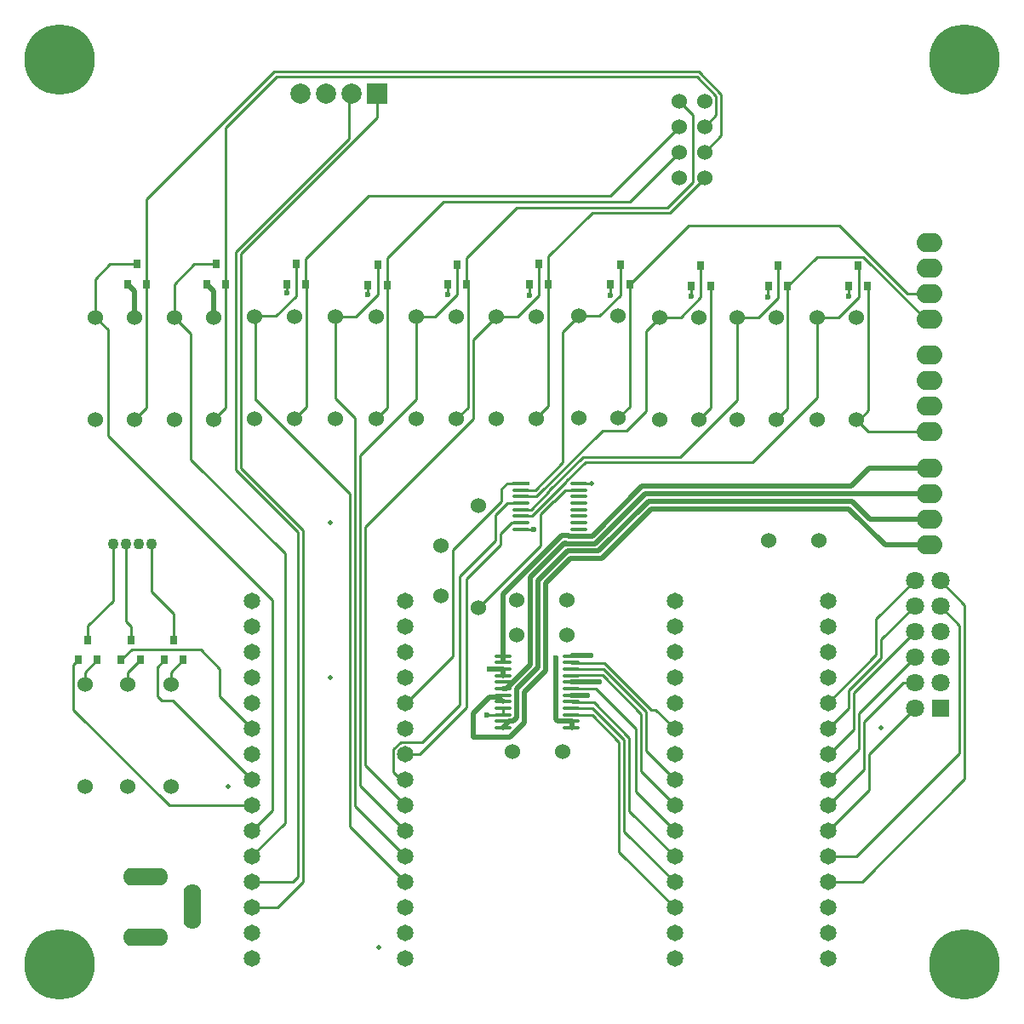
<source format=gtl>
G04 Layer_Physical_Order=1*
G04 Layer_Color=25308*
%FSLAX43Y43*%
%MOMM*%
G71*
G01*
G75*
%ADD10R,0.800X0.900*%
%ADD11O,1.800X0.279*%
%ADD12R,1.700X0.350*%
%ADD13O,1.700X0.350*%
%ADD14C,0.254*%
%ADD15C,0.500*%
%ADD16C,1.524*%
%ADD17C,1.100*%
%ADD18C,1.651*%
%ADD19O,1.750X4.500*%
%ADD20O,4.500X1.750*%
%ADD21O,2.540X1.905*%
%ADD22C,1.800*%
%ADD23R,1.800X1.800*%
%ADD24C,2.000*%
%ADD25R,2.000X2.000*%
%ADD26C,0.500*%
%ADD27C,7.000*%
%ADD28C,0.600*%
D10*
X26762Y92654D02*
D03*
X28662D02*
D03*
X27712Y94654D02*
D03*
X34612Y92654D02*
D03*
X36512D02*
D03*
X35562Y94654D02*
D03*
X67692Y94654D02*
D03*
X68642Y92654D02*
D03*
X66742D02*
D03*
X59539Y94629D02*
D03*
X60489Y92629D02*
D03*
X58589D02*
D03*
X50691Y92578D02*
D03*
X52591D02*
D03*
X51641Y94578D02*
D03*
X43515Y94654D02*
D03*
X42565Y92654D02*
D03*
X44465D02*
D03*
X83792Y94511D02*
D03*
X84742Y92511D02*
D03*
X82842D02*
D03*
X75757Y94636D02*
D03*
X76707Y92636D02*
D03*
X74807D02*
D03*
X90503Y92486D02*
D03*
X92403D02*
D03*
X91453Y94486D02*
D03*
X98464Y92511D02*
D03*
X100364D02*
D03*
X99414Y94511D02*
D03*
X30407Y55275D02*
D03*
X32307D02*
D03*
X31358Y57275D02*
D03*
X26132Y55275D02*
D03*
X28032D02*
D03*
X27083Y57275D02*
D03*
X21858Y55275D02*
D03*
X23757D02*
D03*
X22808Y57275D02*
D03*
D11*
X64075Y55675D02*
D03*
Y55025D02*
D03*
Y54375D02*
D03*
Y53725D02*
D03*
Y53075D02*
D03*
Y52425D02*
D03*
Y51775D02*
D03*
Y51125D02*
D03*
Y50475D02*
D03*
Y49825D02*
D03*
Y49175D02*
D03*
Y48525D02*
D03*
X70875Y55675D02*
D03*
Y55025D02*
D03*
Y54375D02*
D03*
Y53725D02*
D03*
Y53075D02*
D03*
Y52425D02*
D03*
Y51775D02*
D03*
Y51125D02*
D03*
Y50475D02*
D03*
Y49825D02*
D03*
Y49175D02*
D03*
Y48525D02*
D03*
D12*
X65925Y72850D02*
D03*
D13*
Y72200D02*
D03*
Y71550D02*
D03*
Y70900D02*
D03*
Y70250D02*
D03*
Y69600D02*
D03*
Y68950D02*
D03*
Y68300D02*
D03*
X71625Y72850D02*
D03*
X71625Y72200D02*
D03*
X71625Y71550D02*
D03*
Y70900D02*
D03*
Y70250D02*
D03*
Y69600D02*
D03*
Y68950D02*
D03*
Y68300D02*
D03*
D14*
X49384Y40740D02*
X54395Y35729D01*
X50400Y44804D02*
X54395Y40809D01*
X49892Y42772D02*
X54395Y38269D01*
X49892Y42772D02*
Y75667D01*
X49384Y40740D02*
Y79341D01*
X48850Y38734D02*
X54395Y33189D01*
X103873Y53015D02*
X105050D01*
X100000Y44414D02*
Y49142D01*
X103873Y53015D01*
X100525Y45950D02*
X105050Y50475D01*
X100525Y42399D02*
Y45950D01*
X96420Y38294D02*
X100525Y42399D01*
X96420Y40834D02*
X100000Y44414D01*
X99475Y46429D02*
Y49980D01*
X96420Y43374D02*
X99475Y46429D01*
X98967Y48367D02*
Y50190D01*
X96514Y45914D02*
X98967Y48367D01*
X99475Y49980D02*
X105050Y55555D01*
X98967Y50190D02*
X98975Y50198D01*
Y52020D01*
X98467Y52230D02*
X101733Y55496D01*
X98467Y50501D02*
Y52230D01*
X96420Y48454D02*
X98467Y50501D01*
X98975Y52020D02*
X105050Y58095D01*
X101733Y55496D02*
Y57318D01*
X101225Y55799D02*
Y59350D01*
X96420Y50994D02*
X101225Y55799D01*
X101733Y57318D02*
X105050Y60635D01*
X101225Y59350D02*
X105050Y63175D01*
X107590Y60635D02*
X109517Y58708D01*
Y45992D02*
Y58708D01*
X99279Y35754D02*
X109517Y45992D01*
X107590Y63175D02*
X110025Y60740D01*
Y43425D02*
Y60740D01*
X99814Y33214D02*
X110025Y43425D01*
X96420Y33214D02*
X99814D01*
X96420Y35754D02*
X99279D01*
X96420Y45914D02*
X96514D01*
X31400Y89385D02*
X33050Y87735D01*
Y75225D02*
Y87735D01*
Y75225D02*
X42400Y65875D01*
Y39075D02*
Y65875D01*
X39155Y35830D02*
X42400Y39075D01*
X24800Y77575D02*
X41175Y61200D01*
Y40289D02*
Y61200D01*
X39155Y38269D02*
X41175Y40289D01*
X24800Y77575D02*
Y88135D01*
X39155Y35729D02*
Y35830D01*
X23550Y89385D02*
X24800Y88135D01*
X35925Y51659D02*
X39155Y48429D01*
X29105Y62095D02*
Y66825D01*
X25295Y61145D02*
Y66825D01*
X85826Y107446D02*
Y111559D01*
X41357Y113775D02*
X83610D01*
X83399Y113267D02*
X85318Y111348D01*
X41567Y113267D02*
X83399D01*
X83610Y113775D02*
X85826Y111559D01*
X85318Y109478D02*
Y111348D01*
X84175Y105795D02*
X85826Y107446D01*
X84175Y108335D02*
X85318Y109478D01*
X36512Y108212D02*
X41567Y113267D01*
X28662Y101080D02*
X41357Y113775D01*
X28662Y92654D02*
Y101080D01*
X36512Y92654D02*
Y108212D01*
X27475Y79225D02*
X28662Y80412D01*
Y92654D01*
X35325Y79225D02*
X36512Y80412D01*
Y92654D01*
X33404Y94654D02*
X35562D01*
X31400Y92650D02*
X33404Y94654D01*
X31400Y89385D02*
Y92650D01*
X25004Y94654D02*
X27712D01*
X23550Y93200D02*
X25004Y94654D01*
X23550Y89385D02*
Y93200D01*
X38058Y95690D02*
X50650Y108282D01*
X38058Y74385D02*
X44225Y68218D01*
X38058Y74385D02*
Y95690D01*
X37550Y95900D02*
X48800Y107150D01*
X37550Y74175D02*
Y95900D01*
Y74175D02*
X43717Y68008D01*
X51600Y109250D02*
Y111600D01*
X50650Y108300D02*
X51600Y109250D01*
X50650Y108282D02*
Y108300D01*
X48800Y107150D02*
Y111340D01*
X49060Y111600D01*
X44225Y33175D02*
Y68218D01*
X43717Y33742D02*
Y68008D01*
X43164Y33189D02*
X43717Y33742D01*
X41699Y30649D02*
X44225Y33175D01*
X39155Y33189D02*
X43164D01*
X39155Y30649D02*
X41699D01*
X74775Y101475D02*
X81635Y108335D01*
X50775Y101475D02*
X74775D01*
X44510Y95210D02*
X50775Y101475D01*
X52591Y95284D02*
X58207Y100900D01*
X44465Y95210D02*
X44510D01*
X76740Y100900D02*
X81635Y105795D01*
X58207Y100900D02*
X76740D01*
X81635Y110875D02*
X83000Y109510D01*
Y102850D02*
Y109510D01*
X80425Y100275D02*
X83000Y102850D01*
X65502Y100275D02*
X80425D01*
X60489Y95261D02*
X65502Y100275D01*
X80687Y99767D02*
X84175Y103255D01*
X72977Y99767D02*
X80687D01*
X68642Y95433D02*
X72977Y99767D01*
X79292Y50342D02*
X81180Y48454D01*
X78850Y50342D02*
X79292D01*
X39458Y81167D02*
X39533D01*
X39458D02*
Y89504D01*
X39383Y89428D02*
X39458Y89504D01*
X41527D01*
X55466Y81241D02*
Y89428D01*
X61150Y87135D02*
X63443Y89428D01*
X61150Y79250D02*
Y87135D01*
X60618Y80411D02*
Y92500D01*
X59475Y79268D02*
X60618Y80411D01*
X47451Y89428D02*
X49427D01*
X43392Y79303D02*
X44535Y80446D01*
X43392Y79268D02*
Y79303D01*
X51459Y79268D02*
X52602Y80411D01*
X67452Y79329D02*
X68642Y80519D01*
X67452Y79268D02*
Y79329D01*
X100459Y92286D02*
X100465D01*
X92403Y92486D02*
X92409D01*
X91266Y79176D02*
X92409Y80319D01*
X84742Y92511D02*
X84748D01*
X83605Y79201D02*
X84748Y80344D01*
X75570Y79326D02*
X76713Y80469D01*
X76707Y92636D02*
X76713D01*
X44535Y80446D02*
Y92583D01*
X52602Y80411D02*
Y92567D01*
X68642Y80519D02*
Y92654D01*
X41527Y89504D02*
X43515Y91492D01*
Y94654D01*
X49427Y89428D02*
X51641Y91643D01*
Y94578D01*
X50400Y68500D02*
X61150Y79250D01*
X50400Y44804D02*
Y68500D01*
X48850Y38734D02*
Y71850D01*
X39533Y81167D02*
X48850Y71850D01*
X49892Y75667D02*
X55466Y81241D01*
X42565Y91810D02*
Y92654D01*
X66725Y92636D02*
X66742Y92654D01*
X65542Y89428D02*
X67692Y91579D01*
X63443Y89428D02*
X65542D01*
X67692Y91579D02*
Y94654D01*
X66725Y91575D02*
Y92636D01*
X57317Y89428D02*
X59539Y91651D01*
X58589Y91664D02*
Y92629D01*
X55466Y89428D02*
X57317D01*
X59539Y91651D02*
Y94629D01*
X50691Y91791D02*
Y92578D01*
X54395Y50969D02*
X54444D01*
X64500Y72850D02*
X65925D01*
Y68300D02*
X67150D01*
X54395Y45889D02*
X55814D01*
X64975Y68950D02*
X65925D01*
X53951Y43349D02*
X54395D01*
X54444Y50969D02*
X59100Y55625D01*
X55814Y45889D02*
X60500Y50575D01*
Y63375D01*
X59800Y50825D02*
Y63625D01*
X60500Y63375D02*
X63850Y66725D01*
Y67825D01*
X64975Y68950D01*
X59800Y63625D02*
X63325Y67150D01*
X59100Y55625D02*
Y66218D01*
X63325Y67150D02*
Y69725D01*
X64500Y70900D01*
X65925D01*
X53189Y44111D02*
X53951Y43349D01*
X53189Y44111D02*
Y46389D01*
X53925Y47125D01*
X56100D01*
X59800Y50825D01*
X59100Y66218D02*
X63950Y71068D01*
Y72300D01*
X64500Y72850D01*
X70050Y87874D02*
X71663Y89486D01*
X76400Y78125D02*
X78350Y80075D01*
Y88013D01*
X79698Y89361D01*
X87359Y81159D02*
Y89336D01*
X95320Y81370D02*
Y89350D01*
X74002Y78125D02*
X76400D01*
X70280Y72200D02*
X71625D01*
X65925Y70250D02*
X66882D01*
X65925Y69600D02*
X66950D01*
X70394Y73032D02*
Y73080D01*
X70050Y74950D02*
Y87874D01*
X79698Y89361D02*
X81811D01*
X83792Y91342D01*
Y94511D01*
X71663Y89486D02*
X73711D01*
X75757Y91532D01*
Y94636D01*
X87359Y89336D02*
X89511D01*
X91453Y91278D01*
Y94486D01*
X95320Y89350D02*
X97500D01*
X99509Y91359D01*
Y94286D01*
X82833Y91471D02*
Y92533D01*
X82850Y92550D01*
X90483Y91421D02*
Y92483D01*
X90500Y92500D01*
X98458Y91446D02*
Y92508D01*
X98475Y92525D01*
X74783Y92658D02*
X74800Y92675D01*
X74807Y91557D02*
Y92636D01*
X76713Y80469D02*
Y92636D01*
X100465Y80119D02*
Y92286D01*
X65925Y72200D02*
X67300D01*
X70050Y74950D01*
X65925Y71550D02*
X67427D01*
X74002Y78125D01*
X66882Y70250D02*
X68724Y72092D01*
Y72128D01*
X66950Y69600D02*
X68934Y71584D01*
X68946D01*
X70394Y73032D01*
X67850Y69782D02*
X69144Y71076D01*
X69156D01*
X70280Y72200D01*
X68724Y72128D02*
X72078Y75483D01*
X70394Y73080D02*
X72289Y74975D01*
X72078Y75483D02*
X81683D01*
X87359Y81159D01*
X72289Y74975D02*
X88925D01*
X95320Y81370D01*
X61675Y60440D02*
X67850Y66615D01*
Y69782D01*
X44465Y92654D02*
Y95210D01*
X52591Y92578D02*
Y95284D01*
X60489Y92629D02*
Y95261D01*
X68642Y92654D02*
Y95433D01*
X70875Y55025D02*
X70906Y54994D01*
X70875Y52425D02*
X70884Y52434D01*
X73353D01*
X77325Y42149D02*
X81180Y38294D01*
X78342Y46212D02*
X81180Y43374D01*
X77834Y44180D02*
X81180Y40834D01*
X70875Y53725D02*
X70906Y53756D01*
X70906Y54994D02*
X74198D01*
X78342Y46212D02*
Y50132D01*
X70875Y54375D02*
X74099D01*
X77834Y44180D02*
Y49921D01*
X70906Y53756D02*
X73999D01*
X74198Y54994D02*
X78850Y50342D01*
X74099Y54375D02*
X78342Y50132D01*
X73999Y53756D02*
X77834Y49921D01*
X70875Y49825D02*
X72963D01*
X76675Y40259D02*
X81180Y35754D01*
X76675Y40259D02*
Y47550D01*
X73153Y51072D02*
X76675Y47550D01*
X73032Y50475D02*
X76167Y47340D01*
X72963Y49825D02*
X75659Y47129D01*
X76167Y38227D02*
Y47340D01*
Y38227D02*
X81180Y33214D01*
X75659Y36195D02*
Y47129D01*
Y36195D02*
X81180Y30674D01*
X73353Y52434D02*
X77325Y48462D01*
Y42149D02*
Y48462D01*
X71625Y72850D02*
X72900D01*
X64075Y49825D02*
Y50475D01*
X62500Y49825D02*
X64075D01*
X70875Y50475D02*
X73032D01*
X70929Y51072D02*
X73153D01*
X47451Y81274D02*
Y89428D01*
Y81274D02*
X49384Y79341D01*
X76707Y92636D02*
X82595Y98525D01*
X100463Y77965D02*
X106550D01*
X99227Y79201D02*
X99387Y79041D01*
X100463Y77965D01*
X99387Y79041D02*
X100465Y80119D01*
X84748Y80344D02*
Y92511D01*
X92403Y92486D02*
X95317Y95400D01*
X92409Y80319D02*
Y92486D01*
X82595Y98525D02*
X97550D01*
X104370Y91705D01*
X106450D01*
X95317Y95400D02*
X99957D01*
X106192Y89165D01*
X106550D01*
X22808Y57275D02*
Y58658D01*
X25295Y61145D01*
X27083Y57275D02*
Y58643D01*
X26565Y59160D02*
X27083Y58643D01*
X26565Y59160D02*
Y66825D01*
X31358Y57275D02*
Y59842D01*
X29105Y62095D02*
X31358Y59842D01*
X31254Y51250D02*
X39155Y43349D01*
X30125Y51250D02*
X31254D01*
X29700Y51675D02*
X30125Y51250D01*
X29700Y51675D02*
Y54568D01*
X30407Y55275D01*
X35925Y51659D02*
Y54400D01*
X34025Y56300D02*
X35925Y54400D01*
X27157Y56300D02*
X34025D01*
X26132Y55275D02*
X27157Y56300D01*
X30916Y40809D02*
X39155D01*
X21382Y50343D02*
X30916Y40809D01*
X21382Y50343D02*
Y54799D01*
X21858Y55275D01*
X22525Y52879D02*
Y54042D01*
X23757Y55275D01*
X26800Y52879D02*
Y54042D01*
X28032Y55275D01*
X31075Y52879D02*
Y54042D01*
X32307Y55275D01*
D15*
X34612Y92654D02*
X35325Y91941D01*
Y89385D02*
Y91941D01*
X26762Y92654D02*
X27475Y91941D01*
Y89385D02*
Y91941D01*
X70975Y48525D02*
Y49175D01*
X64075Y55300D02*
Y55675D01*
Y48525D02*
X64731Y49181D01*
X65102D02*
X65479Y49558D01*
X64731Y49181D02*
X65102D01*
X64075Y55675D02*
Y61799D01*
X67617Y63208D02*
X70522Y66113D01*
X65479Y49558D02*
Y52392D01*
X70975Y55775D02*
X72850D01*
X69350Y49350D02*
Y55475D01*
X64075Y53725D02*
Y54375D01*
X62775D02*
X64075D01*
X69913Y67637D02*
X70653D01*
X70669Y67621D01*
X70225Y66883D02*
X70340D01*
X70356Y66867D01*
X68371Y62896D02*
X70834Y65359D01*
X73908D01*
X70522Y66113D02*
X73596D01*
X70356Y66867D02*
X73283D01*
X70669Y67621D02*
X72971D01*
X64075Y61799D02*
X69913Y67637D01*
X66863Y63521D02*
X70225Y66883D01*
X66233Y52080D02*
X68371Y54218D01*
X65479Y52392D02*
X67617Y54530D01*
Y63208D01*
X64446Y52425D02*
X66863Y54842D01*
Y63521D01*
X68371Y54218D02*
Y62896D01*
X64796Y47575D02*
X66233Y49012D01*
X61125Y47575D02*
X64796D01*
X66233Y49012D02*
Y52080D01*
X61125Y47575D02*
Y50000D01*
X64075Y52425D02*
X64446D01*
X63575Y51625D02*
X64075Y51125D01*
X61125Y50000D02*
X62750Y51625D01*
X63575D01*
X70875Y53075D02*
X70875Y53075D01*
X73675D01*
X70875Y51775D02*
X70881Y51769D01*
X71902D01*
X71918Y51753D01*
X72479D01*
X69525Y49175D02*
X70975D01*
X69350Y49350D02*
X69525Y49175D01*
X72971Y67621D02*
X77925Y72575D01*
X73283Y66867D02*
X78237Y71821D01*
X73596Y66113D02*
X78550Y71067D01*
X73908Y65359D02*
X78862Y70313D01*
X78237Y71821D02*
X100229D01*
X100230Y71820D01*
X106500D01*
X78550Y71067D02*
X98833D01*
X100620Y69280D01*
X106500D01*
X78862Y70313D02*
X98521D01*
X102094Y66740D01*
X106500D01*
X77925Y72575D02*
X98700D01*
X100485Y74360D01*
X106500D01*
D16*
X65493Y57781D02*
D03*
X70493D02*
D03*
X65493Y61200D02*
D03*
X70493D02*
D03*
X65050Y46200D02*
D03*
X70050D02*
D03*
X61675Y70600D02*
D03*
Y60440D02*
D03*
X57913Y66628D02*
D03*
Y61628D02*
D03*
X31075Y52879D02*
D03*
Y42719D02*
D03*
X26800Y52879D02*
D03*
Y42719D02*
D03*
X22525Y52879D02*
D03*
Y42719D02*
D03*
X31400Y89385D02*
D03*
Y79225D02*
D03*
X35325D02*
D03*
Y89385D02*
D03*
X23550D02*
D03*
Y79225D02*
D03*
X27475D02*
D03*
Y89385D02*
D03*
X59475Y89428D02*
D03*
Y79268D02*
D03*
X63443D02*
D03*
Y89428D02*
D03*
X67452D02*
D03*
Y79268D02*
D03*
X55466Y89428D02*
D03*
Y79268D02*
D03*
X51459D02*
D03*
Y89428D02*
D03*
X47451D02*
D03*
Y79268D02*
D03*
X43392D02*
D03*
Y89428D02*
D03*
X39383D02*
D03*
Y79268D02*
D03*
X84175Y110875D02*
D03*
X81635D02*
D03*
X84175Y108335D02*
D03*
X81635D02*
D03*
X84175Y105795D02*
D03*
X81635D02*
D03*
X84175Y103255D02*
D03*
X81635D02*
D03*
X95500Y67175D02*
D03*
X90500D02*
D03*
X75570Y89486D02*
D03*
Y79326D02*
D03*
X91266Y79176D02*
D03*
Y89336D02*
D03*
X99227Y79201D02*
D03*
Y89361D02*
D03*
X83605D02*
D03*
Y79201D02*
D03*
X79698D02*
D03*
Y89361D02*
D03*
X87359Y89336D02*
D03*
Y79176D02*
D03*
X95320Y89361D02*
D03*
Y79201D02*
D03*
X71663Y89486D02*
D03*
Y79326D02*
D03*
D17*
X25295Y66825D02*
D03*
X26565D02*
D03*
X27835D02*
D03*
X29105D02*
D03*
D18*
X96420Y33214D02*
D03*
Y43374D02*
D03*
Y40834D02*
D03*
Y38294D02*
D03*
Y35754D02*
D03*
Y30674D02*
D03*
Y28134D02*
D03*
Y25594D02*
D03*
Y45914D02*
D03*
Y48454D02*
D03*
Y50994D02*
D03*
Y53534D02*
D03*
Y56074D02*
D03*
Y58614D02*
D03*
Y61154D02*
D03*
X81180Y25594D02*
D03*
Y28134D02*
D03*
Y30674D02*
D03*
Y33214D02*
D03*
Y35754D02*
D03*
Y38294D02*
D03*
Y40834D02*
D03*
Y43374D02*
D03*
Y45914D02*
D03*
Y48454D02*
D03*
Y50994D02*
D03*
Y53534D02*
D03*
Y56074D02*
D03*
Y58614D02*
D03*
Y61154D02*
D03*
X39155Y61129D02*
D03*
Y58589D02*
D03*
Y56049D02*
D03*
Y53509D02*
D03*
Y50969D02*
D03*
Y48429D02*
D03*
Y45889D02*
D03*
Y43349D02*
D03*
Y40809D02*
D03*
Y38269D02*
D03*
Y35729D02*
D03*
Y33189D02*
D03*
Y30649D02*
D03*
Y28109D02*
D03*
Y25569D02*
D03*
X54395Y61129D02*
D03*
Y58589D02*
D03*
Y56049D02*
D03*
Y53509D02*
D03*
Y50969D02*
D03*
Y48429D02*
D03*
Y45889D02*
D03*
Y25569D02*
D03*
Y28109D02*
D03*
Y30649D02*
D03*
Y33189D02*
D03*
Y35729D02*
D03*
Y38269D02*
D03*
Y40809D02*
D03*
Y43349D02*
D03*
D19*
X33225Y30750D02*
D03*
D20*
X28525Y33750D02*
D03*
Y27750D02*
D03*
D21*
X106550Y96785D02*
D03*
Y94245D02*
D03*
Y91705D02*
D03*
Y89165D02*
D03*
Y85585D02*
D03*
Y83045D02*
D03*
Y80505D02*
D03*
Y77965D02*
D03*
Y74360D02*
D03*
Y71820D02*
D03*
Y69280D02*
D03*
Y66740D02*
D03*
D22*
X107590Y63175D02*
D03*
Y60635D02*
D03*
Y58095D02*
D03*
Y55555D02*
D03*
Y53015D02*
D03*
X105050Y50475D02*
D03*
Y53015D02*
D03*
Y55555D02*
D03*
Y58095D02*
D03*
Y60635D02*
D03*
Y63175D02*
D03*
D23*
X107590Y50475D02*
D03*
D24*
X43980Y111600D02*
D03*
X46520D02*
D03*
X49060D02*
D03*
D25*
X51600D02*
D03*
D26*
X51725Y26700D02*
D03*
X36756Y42719D02*
D03*
X101725Y48550D02*
D03*
X72900Y72850D02*
D03*
X46900Y53500D02*
D03*
X46950Y68925D02*
D03*
D27*
X110000Y115000D02*
D03*
X20000D02*
D03*
Y25000D02*
D03*
X110000D02*
D03*
D28*
X42565Y91810D02*
D03*
X66725Y91575D02*
D03*
X58589Y91664D02*
D03*
X50625Y91600D02*
D03*
X67150Y68300D02*
D03*
X82833Y91471D02*
D03*
X90483Y91421D02*
D03*
X98458Y91446D02*
D03*
X74807Y91557D02*
D03*
X62750Y54400D02*
D03*
X62475Y49850D02*
D03*
X72850Y55775D02*
D03*
X73675Y53075D02*
D03*
X72479Y51753D02*
D03*
X69350Y55475D02*
D03*
M02*

</source>
